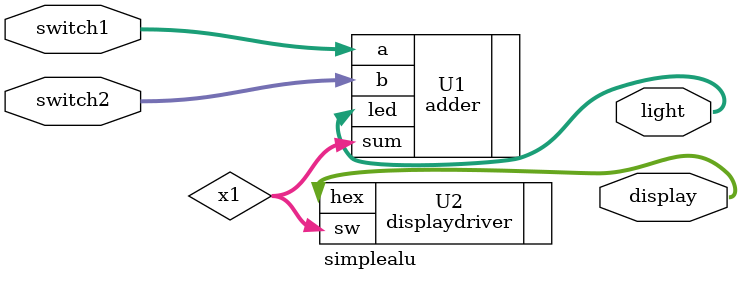
<source format=v>

module simplealu(switch1, switch2, light, display); //KEY, LEDR

	// === Input / Output ===
	
	input wire [9:7] switch1; //input keys  ==== chnage to [9:7] later
	input wire [6:4] switch2;
	
	//input [1:0] KEY; //clock and reset
	
	output [3:0] light; //output
	output [6:0] display; 
	
	// === Net / Reg ===
	
	wire [3:0] x1;
	
	//wire [3:0] x2;
	
	
	//debug
	//reg [9:6] LEDR;
	
	//wire [6:0] HEX5;
	//delete^
	
	
	
	// === Logic ===
	
	adder U1(
		.a (switch1),
		.b (switch2),
		.sum (x1),
		.led (light)
		);

	//store input in register 1

	//add register 1 and register 2

	//store input in register 2

	//keep storing display
	
	displaydriver U2(
		.sw (x1),
		.hex (display)
		);

	//register

	//no reset register
	
	
endmodule

/*	
	
	input [9:4] SW;
	
	input [0:0] KEY;
	
	output [9:6] LEDR;
	
	// === Net / Reg ===
	
	reg [9:6] LEDR;
	
	//reg clck;

	//assign clck = KEY[0];
	
	// === Logic ===
	
	always @(posedge KEY[0])
	begin
		LEDR <= SW[9:7] + SW[6:4]; 
	end

endmodule

*/

</source>
